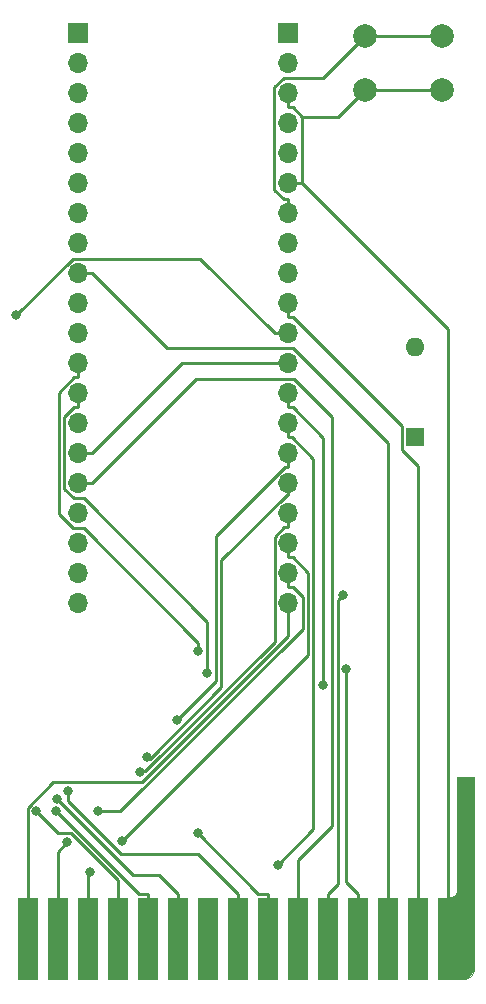
<source format=gbr>
%TF.GenerationSoftware,KiCad,Pcbnew,8.0.1*%
%TF.CreationDate,2024-04-26T17:01:43+02:00*%
%TF.ProjectId,PiCOLECO,5069434f-4c45-4434-9f2e-6b696361645f,1*%
%TF.SameCoordinates,Original*%
%TF.FileFunction,Copper,L2,Bot*%
%TF.FilePolarity,Positive*%
%FSLAX46Y46*%
G04 Gerber Fmt 4.6, Leading zero omitted, Abs format (unit mm)*
G04 Created by KiCad (PCBNEW 8.0.1) date 2024-04-26 17:01:43*
%MOMM*%
%LPD*%
G01*
G04 APERTURE LIST*
%TA.AperFunction,EtchedComponent*%
%ADD10C,0.500000*%
%TD*%
%TA.AperFunction,EtchedComponent*%
%ADD11C,0.100000*%
%TD*%
%TA.AperFunction,ConnectorPad*%
%ADD12R,1.750000X7.000000*%
%TD*%
%TA.AperFunction,ComponentPad*%
%ADD13C,2.000000*%
%TD*%
%TA.AperFunction,ComponentPad*%
%ADD14R,1.700000X1.700000*%
%TD*%
%TA.AperFunction,ComponentPad*%
%ADD15O,1.700000X1.700000*%
%TD*%
%TA.AperFunction,ComponentPad*%
%ADD16R,1.600000X1.600000*%
%TD*%
%TA.AperFunction,ComponentPad*%
%ADD17O,1.600000X1.600000*%
%TD*%
%TA.AperFunction,ViaPad*%
%ADD18C,0.800000*%
%TD*%
%TA.AperFunction,Conductor*%
%ADD19C,0.250000*%
%TD*%
G04 APERTURE END LIST*
D10*
%TO.C,X1*%
X117894100Y-145976200D02*
G75*
G02*
X117068600Y-146801700I-825500J0D01*
G01*
D11*
X119075200Y-152516700D02*
X119075200Y-152770700D01*
X118821200Y-153215200D01*
X118376700Y-153469200D01*
X117678200Y-153469200D01*
X117678200Y-136387700D01*
X119075200Y-136387700D01*
X119075200Y-152516700D01*
%TA.AperFunction,EtchedComponent*%
G36*
X119075200Y-152516700D02*
G01*
X119075200Y-152770700D01*
X118821200Y-153215200D01*
X118376700Y-153469200D01*
X117678200Y-153469200D01*
X117678200Y-136387700D01*
X119075200Y-136387700D01*
X119075200Y-152516700D01*
G37*
%TD.AperFunction*%
%TD*%
D12*
%TO.P,X1,1,D2*%
%TO.N,D2*%
X81292700Y-150040200D03*
%TO.P,X1,3,D1*%
%TO.N,D1*%
X83832700Y-150040200D03*
%TO.P,X1,5,D0*%
%TO.N,D0*%
X86372700Y-150040200D03*
%TO.P,X1,7,A0*%
%TO.N,A0*%
X88912700Y-150040200D03*
%TO.P,X1,9,A1*%
%TO.N,A1*%
X91452700Y-150040200D03*
%TO.P,X1,11,A2*%
%TO.N,A2*%
X93992700Y-150040200D03*
%TO.P,X1,13*%
%TO.N,N/C*%
X96532700Y-150040200D03*
%TO.P,X1,15,A3*%
%TO.N,A3*%
X99072700Y-150040200D03*
%TO.P,X1,17,A4*%
%TO.N,A4*%
X101612700Y-150040200D03*
%TO.P,X1,19,A13*%
%TO.N,A13*%
X104152700Y-150040200D03*
%TO.P,X1,21,A5*%
%TO.N,A5*%
X106692700Y-150040200D03*
%TO.P,X1,23,A6*%
%TO.N,A6*%
X109232700Y-150040200D03*
%TO.P,X1,25,A7*%
%TO.N,A7*%
X111772700Y-150040200D03*
%TO.P,X1,27,~{EN-E0}*%
%TO.N,/~{FCE3}*%
X114312700Y-150040200D03*
%TO.P,X1,29,GND*%
%TO.N,GND*%
X116852700Y-150040200D03*
%TD*%
D13*
%TO.P,SW1,1,1*%
%TO.N,RST*%
X109875000Y-73650000D03*
X116375000Y-73650000D03*
%TO.P,SW1,2,2*%
%TO.N,GND*%
X109875000Y-78150000D03*
X116375000Y-78150000D03*
%TD*%
D14*
%TO.P,J2,1,Pin_1*%
%TO.N,unconnected-(J2-Pin_1-Pad1)*%
X103375000Y-73385000D03*
D15*
%TO.P,J2,2,Pin_2*%
%TO.N,Net-(D1-K)*%
X103375000Y-75925000D03*
%TO.P,J2,3,Pin_3*%
%TO.N,GND*%
X103375000Y-78465000D03*
%TO.P,J2,4,Pin_4*%
%TO.N,unconnected-(J2-Pin_4-Pad4)*%
X103375000Y-81005000D03*
%TO.P,J2,5,Pin_5*%
%TO.N,unconnected-(J2-Pin_5-Pad5)*%
X103375000Y-83545000D03*
%TO.P,J2,6,Pin_6*%
%TO.N,GND*%
X103375000Y-86085000D03*
%TO.P,J2,7,Pin_7*%
%TO.N,RST*%
X103375000Y-88625000D03*
%TO.P,J2,8,Pin_8*%
%TO.N,unconnected-(J2-Pin_8-Pad8)*%
X103375000Y-91165000D03*
%TO.P,J2,9,Pin_9*%
%TO.N,unconnected-(J2-Pin_9-Pad9)*%
X103375000Y-93705000D03*
%TO.P,J2,10,Pin_10*%
%TO.N,/~{FCE3}*%
X103375000Y-96245000D03*
%TO.P,J2,11,Pin_11*%
%TO.N,/~{FCE2}*%
X103375000Y-98785000D03*
%TO.P,J2,12,Pin_12*%
%TO.N,GND*%
X103375000Y-101325000D03*
%TO.P,J2,13,Pin_13*%
%TO.N,/~{FCE1}*%
X103375000Y-103865000D03*
%TO.P,J2,14,Pin_14*%
%TO.N,/~{FCE0}*%
X103375000Y-106405000D03*
%TO.P,J2,15,Pin_15*%
%TO.N,D7*%
X103375000Y-108945000D03*
%TO.P,J2,16,Pin_16*%
%TO.N,D6*%
X103375000Y-111485000D03*
%TO.P,J2,17,Pin_17*%
%TO.N,D5*%
X103375000Y-114025000D03*
%TO.P,J2,18,Pin_18*%
%TO.N,D4*%
X103375000Y-116565000D03*
%TO.P,J2,19,Pin_19*%
%TO.N,D3*%
X103375000Y-119105000D03*
%TO.P,J2,20,Pin_20*%
%TO.N,D2*%
X103375000Y-121645000D03*
%TD*%
D14*
%TO.P,J1,1,Pin_1*%
%TO.N,A0*%
X85600000Y-73385000D03*
D15*
%TO.P,J1,2,Pin_2*%
%TO.N,A1*%
X85600000Y-75925000D03*
%TO.P,J1,3,Pin_3*%
%TO.N,A2*%
X85600000Y-78465000D03*
%TO.P,J1,4,Pin_4*%
%TO.N,A3*%
X85600000Y-81005000D03*
%TO.P,J1,5,Pin_5*%
%TO.N,A4*%
X85600000Y-83545000D03*
%TO.P,J1,6,Pin_6*%
%TO.N,GND*%
X85600000Y-86085000D03*
%TO.P,J1,7,Pin_7*%
%TO.N,A5*%
X85600000Y-88625000D03*
%TO.P,J1,8,Pin_8*%
%TO.N,A6*%
X85600000Y-91165000D03*
%TO.P,J1,9,Pin_9*%
%TO.N,A7*%
X85600000Y-93705000D03*
%TO.P,J1,10,Pin_10*%
%TO.N,A8*%
X85600000Y-96245000D03*
%TO.P,J1,11,Pin_11*%
%TO.N,A9*%
X85600000Y-98785000D03*
%TO.P,J1,12,Pin_12*%
%TO.N,A10*%
X85600000Y-101325000D03*
%TO.P,J1,13,Pin_13*%
%TO.N,A11*%
X85600000Y-103865000D03*
%TO.P,J1,14,Pin_14*%
%TO.N,A12*%
X85600000Y-106405000D03*
%TO.P,J1,15,Pin_15*%
%TO.N,GND*%
X85600000Y-108945000D03*
%TO.P,J1,16,Pin_16*%
%TO.N,A13*%
X85600000Y-111485000D03*
%TO.P,J1,17,Pin_17*%
%TO.N,A14*%
X85600000Y-114025000D03*
%TO.P,J1,18,Pin_18*%
%TO.N,unconnected-(J1-Pin_18-Pad18)*%
X85600000Y-116565000D03*
%TO.P,J1,19,Pin_19*%
%TO.N,D0*%
X85600000Y-119105000D03*
%TO.P,J1,20,Pin_20*%
%TO.N,D1*%
X85600000Y-121645000D03*
%TD*%
D16*
%TO.P,D1,1,K*%
%TO.N,Net-(D1-K)*%
X114125000Y-107535000D03*
D17*
%TO.P,D1,2,A*%
%TO.N,+5V*%
X114125000Y-99915000D03*
%TD*%
D18*
%TO.N,D7*%
X93903200Y-131540300D03*
%TO.N,D4*%
X89245900Y-141770900D03*
%TO.N,D5*%
X90783300Y-135893800D03*
%TO.N,D3*%
X87273600Y-139250200D03*
%TO.N,D6*%
X91439400Y-134642900D03*
%TO.N,A2*%
X83819300Y-138193500D03*
%TO.N,A1*%
X83730000Y-139224200D03*
%TO.N,A3*%
X84743200Y-137509400D03*
%TO.N,A5*%
X107987400Y-120949200D03*
%TO.N,D1*%
X84670400Y-141832800D03*
%TO.N,D0*%
X86615300Y-144431600D03*
%TO.N,A0*%
X82032900Y-139249200D03*
%TO.N,A10*%
X95730100Y-125700400D03*
%TO.N,A6*%
X108274000Y-127168900D03*
%TO.N,A11*%
X96486300Y-127511100D03*
%TO.N,A4*%
X95688200Y-141113200D03*
%TO.N,/~{FCE0}*%
X102478600Y-143799500D03*
%TO.N,/~{FCE1}*%
X106319300Y-128589200D03*
%TO.N,/~{FCE2}*%
X80336100Y-97261100D03*
%TD*%
D19*
%TO.N,D2*%
X103375000Y-121645000D02*
X103375000Y-122821700D01*
X81292700Y-138943400D02*
X81292700Y-150040200D01*
X83453400Y-136782700D02*
X81292700Y-138943400D01*
X90966400Y-136782700D02*
X83453400Y-136782700D01*
X103375000Y-124374100D02*
X90966400Y-136782700D01*
X103375000Y-122821700D02*
X103375000Y-124374100D01*
%TO.N,RST*%
X109875000Y-73650000D02*
X116375000Y-73650000D01*
X106330000Y-77195000D02*
X109875000Y-73650000D01*
X102962200Y-77195000D02*
X106330000Y-77195000D01*
X102196400Y-77960800D02*
X102962200Y-77195000D01*
X102196400Y-86637400D02*
X102196400Y-77960800D01*
X103007300Y-87448300D02*
X102196400Y-86637400D01*
X103375000Y-87448300D02*
X103007300Y-87448300D01*
X103375000Y-88625000D02*
X103375000Y-87448300D01*
%TO.N,D7*%
X103375000Y-108945000D02*
X103375000Y-110121700D01*
X97213300Y-128230200D02*
X93903200Y-131540300D01*
X97213300Y-115963300D02*
X97213300Y-128230200D01*
X103054900Y-110121700D02*
X97213300Y-115963300D01*
X103375000Y-110121700D02*
X103054900Y-110121700D01*
%TO.N,D4*%
X103375000Y-116565000D02*
X103375000Y-117741700D01*
X103742800Y-117741700D02*
X103375000Y-117741700D01*
X105036500Y-119035400D02*
X103742800Y-117741700D01*
X105036500Y-125980300D02*
X105036500Y-119035400D01*
X89245900Y-141770900D02*
X105036500Y-125980300D01*
%TO.N,D5*%
X103375000Y-114025000D02*
X103375000Y-115201700D01*
X90797800Y-135879300D02*
X90783300Y-135893800D01*
X91231000Y-135879300D02*
X90797800Y-135879300D01*
X102198300Y-124912000D02*
X91231000Y-135879300D01*
X102198300Y-116010600D02*
X102198300Y-124912000D01*
X103007200Y-115201700D02*
X102198300Y-116010600D01*
X103375000Y-115201700D02*
X103007200Y-115201700D01*
%TO.N,D3*%
X89144800Y-139250200D02*
X87273600Y-139250200D01*
X104567500Y-123827500D02*
X89144800Y-139250200D01*
X104567500Y-121106500D02*
X104567500Y-123827500D01*
X103742700Y-120281700D02*
X104567500Y-121106500D01*
X103375000Y-120281700D02*
X103742700Y-120281700D01*
X103375000Y-119105000D02*
X103375000Y-120281700D01*
%TO.N,D6*%
X103375000Y-111485000D02*
X103375000Y-112474600D01*
X91582300Y-134785800D02*
X91439400Y-134642900D01*
X91685700Y-134785800D02*
X91582300Y-134785800D01*
X97702900Y-128768600D02*
X91685700Y-134785800D01*
X97702900Y-117996200D02*
X97702900Y-128768600D01*
X103224500Y-112474600D02*
X97702900Y-117996200D01*
X103375000Y-112474600D02*
X103224500Y-112474600D01*
%TO.N,A2*%
X92405500Y-144626300D02*
X93992700Y-146213500D01*
X90252100Y-144626300D02*
X92405500Y-144626300D01*
X83819300Y-138193500D02*
X90252100Y-144626300D01*
X93992700Y-150040200D02*
X93992700Y-146213500D01*
%TO.N,A1*%
X91452700Y-150040200D02*
X91452700Y-146213500D01*
X90719300Y-146213500D02*
X83730000Y-139224200D01*
X91452700Y-146213500D02*
X90719300Y-146213500D01*
%TO.N,A3*%
X95724800Y-142865600D02*
X99072700Y-146213500D01*
X89221800Y-142865600D02*
X95724800Y-142865600D01*
X84743200Y-138387000D02*
X89221800Y-142865600D01*
X84743200Y-137509400D02*
X84743200Y-138387000D01*
X99072700Y-150040200D02*
X99072700Y-146213500D01*
%TO.N,A5*%
X106692700Y-150040200D02*
X106692700Y-146213500D01*
X107537400Y-145368800D02*
X106692700Y-146213500D01*
X107537400Y-121399200D02*
X107537400Y-145368800D01*
X107987400Y-120949200D02*
X107537400Y-121399200D01*
%TO.N,A7*%
X111772700Y-108028200D02*
X111772700Y-150040200D01*
X103799500Y-100055000D02*
X111772700Y-108028200D01*
X93126700Y-100055000D02*
X103799500Y-100055000D01*
X86776700Y-93705000D02*
X93126700Y-100055000D01*
X85600000Y-93705000D02*
X86776700Y-93705000D01*
%TO.N,D1*%
X83832700Y-142670500D02*
X84670400Y-141832800D01*
X83832700Y-150040200D02*
X83832700Y-142670500D01*
%TO.N,D0*%
X86372700Y-144674200D02*
X86372700Y-150040200D01*
X86615300Y-144431600D02*
X86372700Y-144674200D01*
%TO.N,A0*%
X88912700Y-150040200D02*
X88912700Y-146213500D01*
X83850800Y-141067100D02*
X82032900Y-139249200D01*
X84932700Y-141067100D02*
X83850800Y-141067100D01*
X88912700Y-145047100D02*
X84932700Y-141067100D01*
X88912700Y-146213500D02*
X88912700Y-145047100D01*
%TO.N,A10*%
X85600000Y-101325000D02*
X85600000Y-102501700D01*
X95730100Y-124975200D02*
X95730100Y-125700400D01*
X86049900Y-115295000D02*
X95730100Y-124975200D01*
X85138900Y-115295000D02*
X86049900Y-115295000D01*
X83914200Y-114070300D02*
X85138900Y-115295000D01*
X83914200Y-103819800D02*
X83914200Y-114070300D01*
X85232300Y-102501700D02*
X83914200Y-103819800D01*
X85600000Y-102501700D02*
X85232300Y-102501700D01*
%TO.N,A13*%
X85600000Y-111485000D02*
X86776700Y-111485000D01*
X104152700Y-143388500D02*
X104152700Y-150040200D01*
X107060900Y-140480300D02*
X104152700Y-143388500D01*
X107060900Y-105886700D02*
X107060900Y-140480300D01*
X103846600Y-102672400D02*
X107060900Y-105886700D01*
X95589300Y-102672400D02*
X103846600Y-102672400D01*
X86776700Y-111485000D02*
X95589300Y-102672400D01*
%TO.N,A6*%
X109232700Y-150040200D02*
X109232700Y-146213500D01*
X108274000Y-145254800D02*
X108274000Y-127168900D01*
X109232700Y-146213500D02*
X108274000Y-145254800D01*
%TO.N,A11*%
X85600000Y-103865000D02*
X85600000Y-105041700D01*
X96486300Y-123198400D02*
X96486300Y-127511100D01*
X86042900Y-112755000D02*
X96486300Y-123198400D01*
X85198000Y-112755000D02*
X86042900Y-112755000D01*
X84406200Y-111963200D02*
X85198000Y-112755000D01*
X84406200Y-105867800D02*
X84406200Y-111963200D01*
X85232300Y-105041700D02*
X84406200Y-105867800D01*
X85600000Y-105041700D02*
X85232300Y-105041700D01*
%TO.N,A4*%
X100788500Y-146213500D02*
X101612700Y-146213500D01*
X95688200Y-141113200D02*
X100788500Y-146213500D01*
X101612700Y-150040200D02*
X101612700Y-146213500D01*
%TO.N,GND*%
X116375000Y-78150000D02*
X109875000Y-78150000D01*
X103375000Y-78465000D02*
X103375000Y-79641700D01*
X103375000Y-86085000D02*
X104551700Y-86085000D01*
X116852700Y-98386000D02*
X104551700Y-86085000D01*
X116852700Y-150040200D02*
X116852700Y-98386000D01*
X107574300Y-80450700D02*
X109875000Y-78150000D01*
X104551700Y-80450700D02*
X107574300Y-80450700D01*
X104551700Y-86085000D02*
X104551700Y-80450700D01*
X103742700Y-79641700D02*
X103375000Y-79641700D01*
X104551700Y-80450700D02*
X103742700Y-79641700D01*
X94396700Y-101325000D02*
X103375000Y-101325000D01*
X86776700Y-108945000D02*
X94396700Y-101325000D01*
X85600000Y-108945000D02*
X86776700Y-108945000D01*
%TO.N,/~{FCE0}*%
X103375000Y-106405000D02*
X103375000Y-107581700D01*
X103675900Y-107581700D02*
X103375000Y-107581700D01*
X105488200Y-109394000D02*
X103675900Y-107581700D01*
X105488200Y-140789900D02*
X105488200Y-109394000D01*
X102478600Y-143799500D02*
X105488200Y-140789900D01*
%TO.N,/~{FCE1}*%
X103375000Y-103865000D02*
X103375000Y-105041700D01*
X106319300Y-107620300D02*
X106319300Y-128589200D01*
X103740700Y-105041700D02*
X106319300Y-107620300D01*
X103375000Y-105041700D02*
X103740700Y-105041700D01*
%TO.N,/~{FCE2}*%
X85096700Y-92500500D02*
X80336100Y-97261100D01*
X95913800Y-92500500D02*
X85096700Y-92500500D01*
X102198300Y-98785000D02*
X95913800Y-92500500D01*
X103375000Y-98785000D02*
X102198300Y-98785000D01*
%TO.N,/~{FCE3}*%
X114312700Y-110000000D02*
X114312700Y-150040200D01*
X112972900Y-108660200D02*
X114312700Y-110000000D01*
X112972900Y-106651900D02*
X112972900Y-108660200D01*
X103742700Y-97421700D02*
X112972900Y-106651900D01*
X103375000Y-97421700D02*
X103742700Y-97421700D01*
X103375000Y-96245000D02*
X103375000Y-97421700D01*
%TD*%
M02*

</source>
